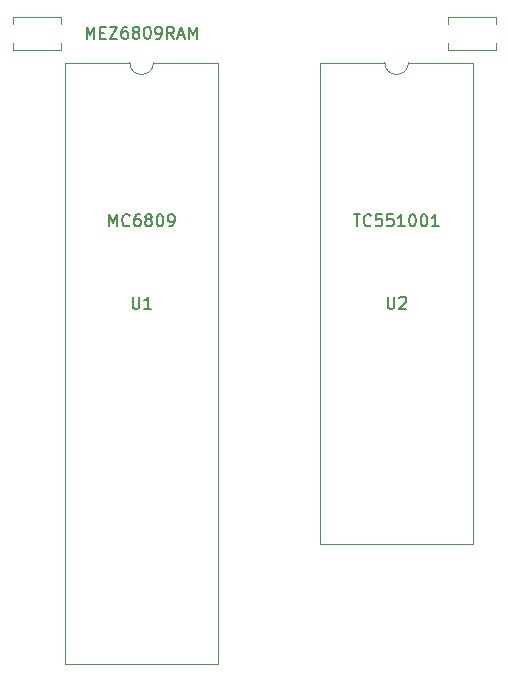
<source format=gto>
G04 #@! TF.GenerationSoftware,KiCad,Pcbnew,(6.0.10-0)*
G04 #@! TF.CreationDate,2022-12-27T18:05:12+09:00*
G04 #@! TF.ProjectId,MEZ6809RAM,4d455a36-3830-4395-9241-4d2e6b696361,A*
G04 #@! TF.SameCoordinates,PX5f5e100PY8f0d180*
G04 #@! TF.FileFunction,Legend,Top*
G04 #@! TF.FilePolarity,Positive*
%FSLAX46Y46*%
G04 Gerber Fmt 4.6, Leading zero omitted, Abs format (unit mm)*
G04 Created by KiCad (PCBNEW (6.0.10-0)) date 2022-12-27 18:05:12*
%MOMM*%
%LPD*%
G01*
G04 APERTURE LIST*
%ADD10C,0.150000*%
%ADD11C,0.120000*%
G04 APERTURE END LIST*
D10*
X9303333Y54792620D02*
X9303333Y55792620D01*
X9636666Y55078334D01*
X9970000Y55792620D01*
X9970000Y54792620D01*
X10446190Y55316429D02*
X10779523Y55316429D01*
X10922380Y54792620D02*
X10446190Y54792620D01*
X10446190Y55792620D01*
X10922380Y55792620D01*
X11255714Y55792620D02*
X11922380Y55792620D01*
X11255714Y54792620D01*
X11922380Y54792620D01*
X12731904Y55792620D02*
X12541428Y55792620D01*
X12446190Y55745000D01*
X12398571Y55697381D01*
X12303333Y55554524D01*
X12255714Y55364048D01*
X12255714Y54983096D01*
X12303333Y54887858D01*
X12350952Y54840239D01*
X12446190Y54792620D01*
X12636666Y54792620D01*
X12731904Y54840239D01*
X12779523Y54887858D01*
X12827142Y54983096D01*
X12827142Y55221191D01*
X12779523Y55316429D01*
X12731904Y55364048D01*
X12636666Y55411667D01*
X12446190Y55411667D01*
X12350952Y55364048D01*
X12303333Y55316429D01*
X12255714Y55221191D01*
X13398571Y55364048D02*
X13303333Y55411667D01*
X13255714Y55459286D01*
X13208095Y55554524D01*
X13208095Y55602143D01*
X13255714Y55697381D01*
X13303333Y55745000D01*
X13398571Y55792620D01*
X13589047Y55792620D01*
X13684285Y55745000D01*
X13731904Y55697381D01*
X13779523Y55602143D01*
X13779523Y55554524D01*
X13731904Y55459286D01*
X13684285Y55411667D01*
X13589047Y55364048D01*
X13398571Y55364048D01*
X13303333Y55316429D01*
X13255714Y55268810D01*
X13208095Y55173572D01*
X13208095Y54983096D01*
X13255714Y54887858D01*
X13303333Y54840239D01*
X13398571Y54792620D01*
X13589047Y54792620D01*
X13684285Y54840239D01*
X13731904Y54887858D01*
X13779523Y54983096D01*
X13779523Y55173572D01*
X13731904Y55268810D01*
X13684285Y55316429D01*
X13589047Y55364048D01*
X14398571Y55792620D02*
X14493809Y55792620D01*
X14589047Y55745000D01*
X14636666Y55697381D01*
X14684285Y55602143D01*
X14731904Y55411667D01*
X14731904Y55173572D01*
X14684285Y54983096D01*
X14636666Y54887858D01*
X14589047Y54840239D01*
X14493809Y54792620D01*
X14398571Y54792620D01*
X14303333Y54840239D01*
X14255714Y54887858D01*
X14208095Y54983096D01*
X14160476Y55173572D01*
X14160476Y55411667D01*
X14208095Y55602143D01*
X14255714Y55697381D01*
X14303333Y55745000D01*
X14398571Y55792620D01*
X15208095Y54792620D02*
X15398571Y54792620D01*
X15493809Y54840239D01*
X15541428Y54887858D01*
X15636666Y55030715D01*
X15684285Y55221191D01*
X15684285Y55602143D01*
X15636666Y55697381D01*
X15589047Y55745000D01*
X15493809Y55792620D01*
X15303333Y55792620D01*
X15208095Y55745000D01*
X15160476Y55697381D01*
X15112857Y55602143D01*
X15112857Y55364048D01*
X15160476Y55268810D01*
X15208095Y55221191D01*
X15303333Y55173572D01*
X15493809Y55173572D01*
X15589047Y55221191D01*
X15636666Y55268810D01*
X15684285Y55364048D01*
X16684285Y54792620D02*
X16350952Y55268810D01*
X16112857Y54792620D02*
X16112857Y55792620D01*
X16493809Y55792620D01*
X16589047Y55745000D01*
X16636666Y55697381D01*
X16684285Y55602143D01*
X16684285Y55459286D01*
X16636666Y55364048D01*
X16589047Y55316429D01*
X16493809Y55268810D01*
X16112857Y55268810D01*
X17065238Y55078334D02*
X17541428Y55078334D01*
X16970000Y54792620D02*
X17303333Y55792620D01*
X17636666Y54792620D01*
X17970000Y54792620D02*
X17970000Y55792620D01*
X18303333Y55078334D01*
X18636666Y55792620D01*
X18636666Y54792620D01*
X31917142Y39917620D02*
X32488571Y39917620D01*
X32202857Y38917620D02*
X32202857Y39917620D01*
X33393333Y39012858D02*
X33345714Y38965239D01*
X33202857Y38917620D01*
X33107619Y38917620D01*
X32964761Y38965239D01*
X32869523Y39060477D01*
X32821904Y39155715D01*
X32774285Y39346191D01*
X32774285Y39489048D01*
X32821904Y39679524D01*
X32869523Y39774762D01*
X32964761Y39870000D01*
X33107619Y39917620D01*
X33202857Y39917620D01*
X33345714Y39870000D01*
X33393333Y39822381D01*
X34298095Y39917620D02*
X33821904Y39917620D01*
X33774285Y39441429D01*
X33821904Y39489048D01*
X33917142Y39536667D01*
X34155238Y39536667D01*
X34250476Y39489048D01*
X34298095Y39441429D01*
X34345714Y39346191D01*
X34345714Y39108096D01*
X34298095Y39012858D01*
X34250476Y38965239D01*
X34155238Y38917620D01*
X33917142Y38917620D01*
X33821904Y38965239D01*
X33774285Y39012858D01*
X35250476Y39917620D02*
X34774285Y39917620D01*
X34726666Y39441429D01*
X34774285Y39489048D01*
X34869523Y39536667D01*
X35107619Y39536667D01*
X35202857Y39489048D01*
X35250476Y39441429D01*
X35298095Y39346191D01*
X35298095Y39108096D01*
X35250476Y39012858D01*
X35202857Y38965239D01*
X35107619Y38917620D01*
X34869523Y38917620D01*
X34774285Y38965239D01*
X34726666Y39012858D01*
X36250476Y38917620D02*
X35679047Y38917620D01*
X35964761Y38917620D02*
X35964761Y39917620D01*
X35869523Y39774762D01*
X35774285Y39679524D01*
X35679047Y39631905D01*
X36869523Y39917620D02*
X36964761Y39917620D01*
X37060000Y39870000D01*
X37107619Y39822381D01*
X37155238Y39727143D01*
X37202857Y39536667D01*
X37202857Y39298572D01*
X37155238Y39108096D01*
X37107619Y39012858D01*
X37060000Y38965239D01*
X36964761Y38917620D01*
X36869523Y38917620D01*
X36774285Y38965239D01*
X36726666Y39012858D01*
X36679047Y39108096D01*
X36631428Y39298572D01*
X36631428Y39536667D01*
X36679047Y39727143D01*
X36726666Y39822381D01*
X36774285Y39870000D01*
X36869523Y39917620D01*
X37821904Y39917620D02*
X37917142Y39917620D01*
X38012380Y39870000D01*
X38060000Y39822381D01*
X38107619Y39727143D01*
X38155238Y39536667D01*
X38155238Y39298572D01*
X38107619Y39108096D01*
X38060000Y39012858D01*
X38012380Y38965239D01*
X37917142Y38917620D01*
X37821904Y38917620D01*
X37726666Y38965239D01*
X37679047Y39012858D01*
X37631428Y39108096D01*
X37583809Y39298572D01*
X37583809Y39536667D01*
X37631428Y39727143D01*
X37679047Y39822381D01*
X37726666Y39870000D01*
X37821904Y39917620D01*
X39107619Y38917620D02*
X38536190Y38917620D01*
X38821904Y38917620D02*
X38821904Y39917620D01*
X38726666Y39774762D01*
X38631428Y39679524D01*
X38536190Y39631905D01*
X11231904Y38917620D02*
X11231904Y39917620D01*
X11565238Y39203334D01*
X11898571Y39917620D01*
X11898571Y38917620D01*
X12946190Y39012858D02*
X12898571Y38965239D01*
X12755714Y38917620D01*
X12660476Y38917620D01*
X12517619Y38965239D01*
X12422380Y39060477D01*
X12374761Y39155715D01*
X12327142Y39346191D01*
X12327142Y39489048D01*
X12374761Y39679524D01*
X12422380Y39774762D01*
X12517619Y39870000D01*
X12660476Y39917620D01*
X12755714Y39917620D01*
X12898571Y39870000D01*
X12946190Y39822381D01*
X13803333Y39917620D02*
X13612857Y39917620D01*
X13517619Y39870000D01*
X13470000Y39822381D01*
X13374761Y39679524D01*
X13327142Y39489048D01*
X13327142Y39108096D01*
X13374761Y39012858D01*
X13422380Y38965239D01*
X13517619Y38917620D01*
X13708095Y38917620D01*
X13803333Y38965239D01*
X13850952Y39012858D01*
X13898571Y39108096D01*
X13898571Y39346191D01*
X13850952Y39441429D01*
X13803333Y39489048D01*
X13708095Y39536667D01*
X13517619Y39536667D01*
X13422380Y39489048D01*
X13374761Y39441429D01*
X13327142Y39346191D01*
X14470000Y39489048D02*
X14374761Y39536667D01*
X14327142Y39584286D01*
X14279523Y39679524D01*
X14279523Y39727143D01*
X14327142Y39822381D01*
X14374761Y39870000D01*
X14470000Y39917620D01*
X14660476Y39917620D01*
X14755714Y39870000D01*
X14803333Y39822381D01*
X14850952Y39727143D01*
X14850952Y39679524D01*
X14803333Y39584286D01*
X14755714Y39536667D01*
X14660476Y39489048D01*
X14470000Y39489048D01*
X14374761Y39441429D01*
X14327142Y39393810D01*
X14279523Y39298572D01*
X14279523Y39108096D01*
X14327142Y39012858D01*
X14374761Y38965239D01*
X14470000Y38917620D01*
X14660476Y38917620D01*
X14755714Y38965239D01*
X14803333Y39012858D01*
X14850952Y39108096D01*
X14850952Y39298572D01*
X14803333Y39393810D01*
X14755714Y39441429D01*
X14660476Y39489048D01*
X15470000Y39917620D02*
X15565238Y39917620D01*
X15660476Y39870000D01*
X15708095Y39822381D01*
X15755714Y39727143D01*
X15803333Y39536667D01*
X15803333Y39298572D01*
X15755714Y39108096D01*
X15708095Y39012858D01*
X15660476Y38965239D01*
X15565238Y38917620D01*
X15470000Y38917620D01*
X15374761Y38965239D01*
X15327142Y39012858D01*
X15279523Y39108096D01*
X15231904Y39298572D01*
X15231904Y39536667D01*
X15279523Y39727143D01*
X15327142Y39822381D01*
X15374761Y39870000D01*
X15470000Y39917620D01*
X16279523Y38917620D02*
X16470000Y38917620D01*
X16565238Y38965239D01*
X16612857Y39012858D01*
X16708095Y39155715D01*
X16755714Y39346191D01*
X16755714Y39727143D01*
X16708095Y39822381D01*
X16660476Y39870000D01*
X16565238Y39917620D01*
X16374761Y39917620D01*
X16279523Y39870000D01*
X16231904Y39822381D01*
X16184285Y39727143D01*
X16184285Y39489048D01*
X16231904Y39393810D01*
X16279523Y39346191D01*
X16374761Y39298572D01*
X16565238Y39298572D01*
X16660476Y39346191D01*
X16708095Y39393810D01*
X16755714Y39489048D01*
X13208095Y32932620D02*
X13208095Y32123096D01*
X13255714Y32027858D01*
X13303333Y31980239D01*
X13398571Y31932620D01*
X13589047Y31932620D01*
X13684285Y31980239D01*
X13731904Y32027858D01*
X13779523Y32123096D01*
X13779523Y32932620D01*
X14779523Y31932620D02*
X14208095Y31932620D01*
X14493809Y31932620D02*
X14493809Y32932620D01*
X14398571Y32789762D01*
X14303333Y32694524D01*
X14208095Y32646905D01*
X34798095Y32932620D02*
X34798095Y32123096D01*
X34845714Y32027858D01*
X34893333Y31980239D01*
X34988571Y31932620D01*
X35179047Y31932620D01*
X35274285Y31980239D01*
X35321904Y32027858D01*
X35369523Y32123096D01*
X35369523Y32932620D01*
X35798095Y32837381D02*
X35845714Y32885000D01*
X35940952Y32932620D01*
X36179047Y32932620D01*
X36274285Y32885000D01*
X36321904Y32837381D01*
X36369523Y32742143D01*
X36369523Y32646905D01*
X36321904Y32504048D01*
X35750476Y31932620D01*
X36369523Y31932620D01*
D11*
X7102500Y56040000D02*
X7102500Y56665000D01*
X7102500Y53825000D02*
X7102500Y54450000D01*
X7102500Y53825000D02*
X3062500Y53825000D01*
X3062500Y53825000D02*
X3062500Y54450000D01*
X3062500Y56040000D02*
X3062500Y56665000D01*
X7102500Y56665000D02*
X3062500Y56665000D01*
X12967500Y52765000D02*
X7507500Y52765000D01*
X20427500Y1845000D02*
X20427500Y52765000D01*
X20427500Y52765000D02*
X14967500Y52765000D01*
X7507500Y52765000D02*
X7507500Y1845000D01*
X7507500Y1845000D02*
X20427500Y1845000D01*
X12967500Y52765000D02*
G75*
G03*
X14967500Y52765000I1000000J0D01*
G01*
X43932500Y54450000D02*
X43932500Y53825000D01*
X39892500Y54450000D02*
X39892500Y53825000D01*
X39892500Y56665000D02*
X43932500Y56665000D01*
X43932500Y56665000D02*
X43932500Y56040000D01*
X39892500Y53825000D02*
X43932500Y53825000D01*
X39892500Y56665000D02*
X39892500Y56040000D01*
X29097500Y52770000D02*
X29097500Y12010000D01*
X42017500Y12010000D02*
X42017500Y52770000D01*
X34557500Y52770000D02*
X29097500Y52770000D01*
X42017500Y52770000D02*
X36557500Y52770000D01*
X29097500Y12010000D02*
X42017500Y12010000D01*
X34557500Y52770000D02*
G75*
G03*
X36557500Y52770000I1000000J0D01*
G01*
M02*

</source>
